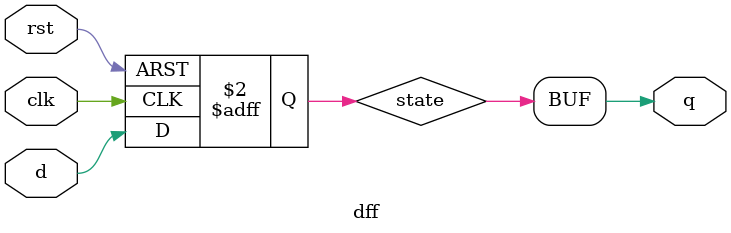
<source format=v>
module dff (q, d, clk, rst);

   output         q;
   input          d;
   input          clk;
   input          rst;

   reg            state;

   assign q = state;

   always @(posedge clk or posedge rst)
   begin
      if (rst)
         state <= 1'b0;
      else
         state <= d;
   end

`ifdef dump_flops
   always @(posedge gpu_tb.rst)
   begin
      if ($test$plusargs("dump_flops"))
      begin
         $display("%m.state");
      end
   end
`endif
endmodule

</source>
